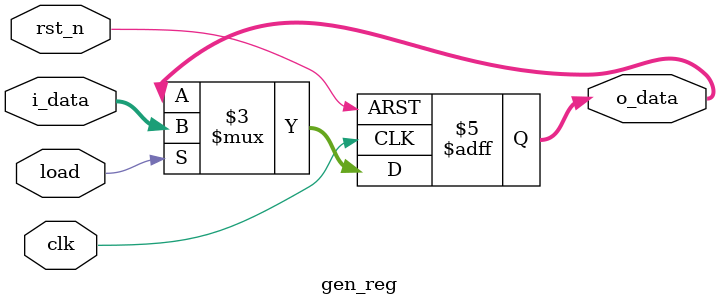
<source format=v>
/*
 
 Module Name : gen_reg
 
 Functionality :
 Parameterized Register With load Signal
 
 */
module gen_reg #(parameter WIDTH = 64)

               (input   wire                    clk         ,
                input   wire                    rst_n       ,
                input   wire                    load        ,
                input   wire    [WIDTH-1:0]     i_data      ,
                output  reg     [WIDTH-1:0]     o_data      );
    
    always @(posedge clk or negedge rst_n) begin
        if (!rst_n)
            o_data <= 'd0;
        else if (load)
            o_data <= i_data;
    end
    
endmodule

</source>
